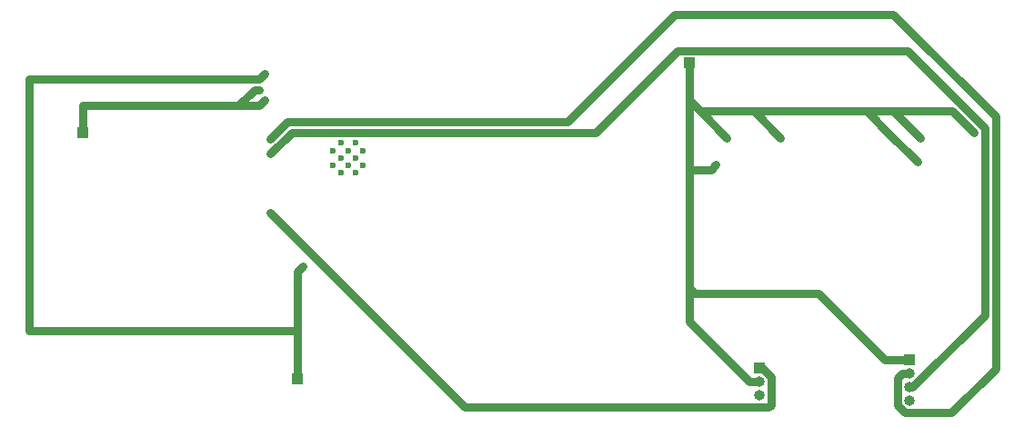
<source format=gbr>
%TF.GenerationSoftware,KiCad,Pcbnew,8.0.3*%
%TF.CreationDate,2024-06-26T21:10:10-03:00*%
%TF.ProjectId,SmartFeeder,536d6172-7446-4656-9564-65722e6b6963,rev?*%
%TF.SameCoordinates,Original*%
%TF.FileFunction,Copper,L2,Bot*%
%TF.FilePolarity,Positive*%
%FSLAX46Y46*%
G04 Gerber Fmt 4.6, Leading zero omitted, Abs format (unit mm)*
G04 Created by KiCad (PCBNEW 8.0.3) date 2024-06-26 21:10:10*
%MOMM*%
%LPD*%
G01*
G04 APERTURE LIST*
%TA.AperFunction,ComponentPad*%
%ADD10R,1.000000X1.000000*%
%TD*%
%TA.AperFunction,ComponentPad*%
%ADD11O,1.000000X1.000000*%
%TD*%
%TA.AperFunction,HeatsinkPad*%
%ADD12C,0.600000*%
%TD*%
%TA.AperFunction,Conductor*%
%ADD13C,0.800000*%
%TD*%
G04 APERTURE END LIST*
D10*
%TO.P,J2,1,Pin_1*%
%TO.N,/PWM*%
X163000000Y-106960000D03*
D11*
%TO.P,J2,2,Pin_2*%
%TO.N,+5V*%
X163000000Y-108230000D03*
%TO.P,J2,3,Pin_3*%
%TO.N,GND*%
X163000000Y-109500000D03*
%TD*%
D10*
%TO.P,J1,1,Pin_1*%
%TO.N,+5V*%
X177000000Y-106190000D03*
D11*
%TO.P,J1,2,Pin_2*%
%TO.N,/ECHO*%
X177000000Y-107460000D03*
%TO.P,J1,3,Pin_3*%
%TO.N,/TRIG*%
X177000000Y-108730000D03*
%TO.P,J1,4,Pin_4*%
%TO.N,GND*%
X177000000Y-110000000D03*
%TD*%
D12*
%TO.P,U1,39,GND*%
%TO.N,GND*%
X123350000Y-86670000D03*
X123350000Y-88070000D03*
X124050000Y-85970000D03*
X124050000Y-87370000D03*
X124050000Y-88770000D03*
X124725000Y-86670000D03*
X124725000Y-88070000D03*
X125450000Y-85970000D03*
X125450000Y-87370000D03*
X125450000Y-88770000D03*
X126150000Y-86670000D03*
X126150000Y-88070000D03*
%TD*%
D10*
%TO.P,J5,1,Pin_1*%
%TO.N,GND*%
X120000000Y-108000000D03*
%TD*%
%TO.P,J4,1,Pin_1*%
%TO.N,+3.3V*%
X100000000Y-85000000D03*
%TD*%
%TO.P,J3,1,Pin_1*%
%TO.N,+5V*%
X156500000Y-78500000D03*
%TD*%
D13*
%TO.N,/ECHO*%
X145165687Y-83999999D02*
X119085787Y-83999999D01*
X155165686Y-74000000D02*
X145165687Y-83999999D01*
X119085787Y-83999999D02*
X117500000Y-85585786D01*
X175500000Y-74000000D02*
X155165686Y-74000000D01*
X185000001Y-106999999D02*
X185000001Y-83500001D01*
X185000001Y-83500001D02*
X175500000Y-74000000D01*
X180900000Y-111100000D02*
X185000001Y-106999999D01*
X175900000Y-110455635D02*
X176544365Y-111100000D01*
X176544365Y-111100000D02*
X180900000Y-111100000D01*
X175900000Y-107852894D02*
X175900000Y-110455635D01*
X176292894Y-107460000D02*
X175900000Y-107852894D01*
X177000000Y-107460000D02*
X176292894Y-107460000D01*
%TO.N,/TRIG*%
X147800000Y-85000000D02*
X119500000Y-85000000D01*
X184000001Y-84585787D02*
X176814214Y-77400000D01*
X176814214Y-77400000D02*
X155400000Y-77400000D01*
X184000001Y-102015634D02*
X184000001Y-84585787D01*
X177285635Y-108730000D02*
X184000001Y-102015634D01*
X155400000Y-77400000D02*
X147800000Y-85000000D01*
X177000000Y-108730000D02*
X177285635Y-108730000D01*
X119500000Y-85000000D02*
X117500000Y-87000000D01*
%TO.N,/PWM*%
X164100000Y-107774365D02*
X164100000Y-110400000D01*
X135600000Y-110600000D02*
X117500000Y-92500000D01*
X164100000Y-110400000D02*
X163900000Y-110600000D01*
X163285635Y-106960000D02*
X164100000Y-107774365D01*
X163900000Y-110600000D02*
X135600000Y-110600000D01*
X163000000Y-106960000D02*
X163285635Y-106960000D01*
%TO.N,+5V*%
X157000000Y-100000000D02*
X156500000Y-99500000D01*
X168500000Y-100000000D02*
X157000000Y-100000000D01*
X156500000Y-99500000D02*
X156500000Y-88500000D01*
X174690000Y-106190000D02*
X168500000Y-100000000D01*
X156500000Y-102660000D02*
X156500000Y-99500000D01*
X177000000Y-106190000D02*
X174690000Y-106190000D01*
X181000000Y-83000000D02*
X183000000Y-85000000D01*
X175000000Y-83000000D02*
X181000000Y-83000000D01*
X175000000Y-83000000D02*
X175500000Y-83000000D01*
X173500000Y-83000000D02*
X175000000Y-83000000D01*
X173000000Y-83000000D02*
X172500000Y-83000000D01*
X172500000Y-83000000D02*
X173500000Y-83000000D01*
X161500000Y-83000000D02*
X172500000Y-83000000D01*
X173500000Y-83500000D02*
X173000000Y-83000000D01*
X174750000Y-84750000D02*
X177750000Y-87750000D01*
X173500000Y-83000000D02*
X173500000Y-83500000D01*
X173500000Y-83500000D02*
X174750000Y-84750000D01*
X176500000Y-84000000D02*
X178000000Y-85500000D01*
X175500000Y-83000000D02*
X176500000Y-84000000D01*
X161500000Y-83000000D02*
X162500000Y-83000000D01*
X157500000Y-83000000D02*
X161500000Y-83000000D01*
X162500000Y-83000000D02*
X165000000Y-85500000D01*
X157500000Y-83000000D02*
X160000000Y-85500000D01*
X156500000Y-82000000D02*
X157500000Y-83000000D01*
X158500000Y-88500000D02*
X159000000Y-88000000D01*
X156500000Y-88500000D02*
X158500000Y-88500000D01*
X156500000Y-88500000D02*
X156500000Y-78500000D01*
X156500000Y-78500000D02*
X156500000Y-82000000D01*
X162070000Y-108230000D02*
X156500000Y-102660000D01*
X163000000Y-108230000D02*
X162070000Y-108230000D01*
%TO.N,+3.3V*%
X116000000Y-81000000D02*
X116500000Y-81000000D01*
X114500000Y-82500000D02*
X116000000Y-81000000D01*
X114500000Y-82500000D02*
X116500000Y-82500000D01*
X100000000Y-82500000D02*
X114500000Y-82500000D01*
X116500000Y-82500000D02*
X117000000Y-82000000D01*
X100000000Y-85000000D02*
X100000000Y-82500000D01*
%TO.N,GND*%
X120000000Y-98000000D02*
X120500000Y-97500000D01*
X120000000Y-103500000D02*
X120000000Y-98000000D01*
X95000000Y-103500000D02*
X95000000Y-80000000D01*
X116500000Y-80000000D02*
X117000000Y-79500000D01*
X95000000Y-80000000D02*
X116500000Y-80000000D01*
X120000000Y-103500000D02*
X95000000Y-103500000D01*
X120000000Y-108000000D02*
X120000000Y-103500000D01*
%TD*%
M02*

</source>
